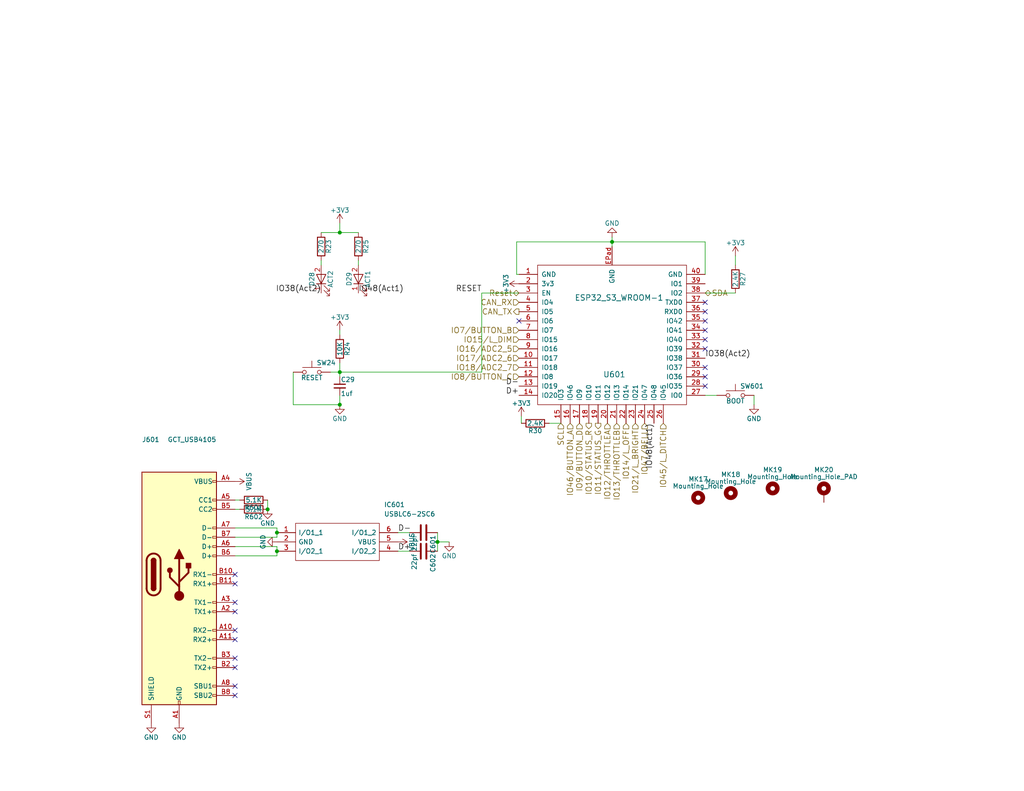
<source format=kicad_sch>
(kicad_sch (version 20211123) (generator eeschema)
  (paper "USLetter")
  (title_block (title "ESP32-S3-WROOM-ControlStand") (date "2022-07-25") (rev "1.0") (company "Deepwoods Software") (comment 1 "Processor Section"))
  (lib_symbols
    (symbol "Connector:USB_C_Receptacle" (pin_names (offset 1.016))
      (property "Reference" "J" (at -10.16 29.21 0))
      (property "Value" "USB_C_Receptacle" (at 10.16 29.21 0))
      (symbol "USB_C_Receptacle_0_0"
        (rectangle (start -0.254 -35.56) (end 0.254 -34.544))
        (rectangle (start 10.16 -32.766) (end 9.144 -33.274))
        (rectangle (start 10.16 -30.226) (end 9.144 -30.734))
        (rectangle (start 10.16 -25.146) (end 9.144 -25.654))
        (rectangle (start 10.16 -22.606) (end 9.144 -23.114))
        (rectangle (start 10.16 -17.526) (end 9.144 -18.034))
        (rectangle (start 10.16 -14.986) (end 9.144 -15.494))
        (rectangle (start 10.16 -9.906) (end 9.144 -10.414))
        (rectangle (start 10.16 -7.366) (end 9.144 -7.874))
        (rectangle (start 10.16 -2.286) (end 9.144 -2.794))
        (rectangle (start 10.16 0.254) (end 9.144 -0.254))
        (rectangle (start 10.16 5.334) (end 9.144 4.826))
        (rectangle (start 10.16 7.874) (end 9.144 7.366))
        (rectangle (start 10.16 10.414) (end 9.144 9.906))
        (rectangle (start 10.16 12.954) (end 9.144 12.446))
        (rectangle (start 10.16 18.034) (end 9.144 17.526))
        (rectangle (start 10.16 20.574) (end 9.144 20.066))
        (rectangle (start 10.16 25.654) (end 9.144 25.146))
      )
      (symbol "USB_C_Receptacle_0_1"
        (rectangle (start -10.16 27.94) (end 10.16 -35.56) (stroke (width 0.254)) (fill (type background)))
        (arc (start -8.89 -3.81) (mid -6.985 -5.715) (end -5.08 -3.81) (stroke (width 0.508)))
        (arc (start -7.62 -3.81) (mid -6.985 -4.445) (end -6.35 -3.81) (stroke (width 0.254)))
        (arc (start -7.62 -3.81) (mid -6.985 -4.445) (end -6.35 -3.81) (stroke (width 0.254)) (fill (type outline)))
        (rectangle (start -7.62 -3.81) (end -6.35 3.81) (stroke (width 0.254)) (fill (type outline)))
        (arc (start -6.35 3.81) (mid -6.985 4.445) (end -7.62 3.81) (stroke (width 0.254)))
        (arc (start -6.35 3.81) (mid -6.985 4.445) (end -7.62 3.81) (stroke (width 0.254)) (fill (type outline)))
        (arc (start -5.08 3.81) (mid -6.985 5.715) (end -8.89 3.81) (stroke (width 0.508)))
        (polyline (pts (xy -8.89 -3.81) (xy -8.89 3.81)) (stroke (width 0.508)))
        (polyline (pts (xy -5.08 3.81) (xy -5.08 -3.81)) (stroke (width 0.508)))
      )
      (symbol "USB_C_Receptacle_1_1"
        (circle (center -2.54 1.143) (radius 0.635) (stroke (width 0.254)) (fill (type outline)))
        (circle (center 0 -5.842) (radius 1.27) (fill (type outline)))
        (polyline (pts (xy 0 -5.842) (xy 0 4.318)) (stroke (width 0.508)))
        (polyline (pts (xy 0 -3.302) (xy -2.54 -0.762) (xy -2.54 0.508)) (stroke (width 0.508)))
        (polyline (pts (xy 0 -2.032) (xy 2.54 0.508) (xy 2.54 1.778)) (stroke (width 0.508)))
        (polyline (pts (xy -1.27 4.318) (xy 0 6.858) (xy 1.27 4.318) (xy -1.27 4.318)) (stroke (width 0.254)) (fill (type outline)))
        (rectangle (start 1.905 1.778) (end 3.175 3.048) (stroke (width 0.254)) (fill (type outline)))
        (pin passive line (at 0 -40.64 90) (length 5.08) (name "GND") (number "A1"))
        (pin bidirectional line (at 15.24 -15.24 180) (length 5.08) (name "RX2-") (number "A10"))
        (pin bidirectional line (at 15.24 -17.78 180) (length 5.08) (name "RX2+") (number "A11"))
        (pin passive line (at 0 -40.64 90) (length 5.08) hide (name "GND") (number "A12"))
        (pin bidirectional line (at 15.24 -10.16 180) (length 5.08) (name "TX1+") (number "A2"))
        (pin bidirectional line (at 15.24 -7.62 180) (length 5.08) (name "TX1-") (number "A3"))
        (pin passive line (at 15.24 25.4 180) (length 5.08) (name "VBUS") (number "A4"))
        (pin bidirectional line (at 15.24 20.32 180) (length 5.08) (name "CC1") (number "A5"))
        (pin bidirectional line (at 15.24 7.62 180) (length 5.08) (name "D+") (number "A6"))
        (pin bidirectional line (at 15.24 12.7 180) (length 5.08) (name "D-") (number "A7"))
        (pin bidirectional line (at 15.24 -30.48 180) (length 5.08) (name "SBU1") (number "A8"))
        (pin passive line (at 15.24 25.4 180) (length 5.08) hide (name "VBUS") (number "A9"))
        (pin passive line (at 0 -40.64 90) (length 5.08) hide (name "GND") (number "B1"))
        (pin bidirectional line (at 15.24 0 180) (length 5.08) (name "RX1-") (number "B10"))
        (pin bidirectional line (at 15.24 -2.54 180) (length 5.08) (name "RX1+") (number "B11"))
        (pin passive line (at 0 -40.64 90) (length 5.08) hide (name "GND") (number "B12"))
        (pin bidirectional line (at 15.24 -25.4 180) (length 5.08) (name "TX2+") (number "B2"))
        (pin bidirectional line (at 15.24 -22.86 180) (length 5.08) (name "TX2-") (number "B3"))
        (pin passive line (at 15.24 25.4 180) (length 5.08) hide (name "VBUS") (number "B4"))
        (pin bidirectional line (at 15.24 17.78 180) (length 5.08) (name "CC2") (number "B5"))
        (pin bidirectional line (at 15.24 5.08 180) (length 5.08) (name "D+") (number "B6"))
        (pin bidirectional line (at 15.24 10.16 180) (length 5.08) (name "D-") (number "B7"))
        (pin bidirectional line (at 15.24 -33.02 180) (length 5.08) (name "SBU2") (number "B8"))
        (pin passive line (at 15.24 25.4 180) (length 5.08) hide (name "VBUS") (number "B9"))
        (pin passive line (at -7.62 -40.64 90) (length 5.08) (name "SHIELD") (number "S1"))
      )
    )
    (symbol "ESP32-S3-WROOM-ControlStand-rescue:+3.3V" (power) (pin_names (offset 0))
      (property "Value" "+3.3V" (at 0 3.556 0))
      (symbol "+3.3V_0_1"
        (polyline (pts (xy -0.762 1.27) (xy 0 2.54)))
        (polyline (pts (xy 0 0) (xy 0 2.54)))
        (polyline (pts (xy 0 2.54) (xy 0.762 1.27)))
      )
      (symbol "+3.3V_1_1"
        (pin power_in line (at 0 0 90) (length 0) hide (name "+3V3") (number "1"))
      )
    )
    (symbol "ESP32-S3-WROOM-ControlStand-rescue:+3V3" (power) (pin_names (offset 0))
      (property "Value" "+3V3" (at 0 3.556 0))
      (symbol "+3V3_0_1"
        (polyline (pts (xy -0.762 1.27) (xy 0 2.54)))
        (polyline (pts (xy 0 0) (xy 0 2.54)))
        (polyline (pts (xy 0 2.54) (xy 0.762 1.27)))
      )
      (symbol "+3V3_1_1"
        (pin power_in line (at 0 0 90) (length 0) hide (name "+3V3") (number "1"))
      )
    )
    (symbol "ESP32-S3-WROOM-ControlStand-rescue:C" (pin_numbers hide) (pin_names (offset 0.254))
      (property "Reference" "C" (at 0.635 2.54 0))
      (property "Value" "C" (at 0.635 -2.54 0))
      (symbol "C_0_1"
        (polyline (pts (xy -2.032 -0.762) (xy 2.032 -0.762)) (stroke (width 0.508)))
        (polyline (pts (xy -2.032 0.762) (xy 2.032 0.762)) (stroke (width 0.508)))
      )
      (symbol "C_1_1"
        (pin passive line (at 0 3.81 270) (length 2.794) (name "~") (number "1"))
        (pin passive line (at 0 -3.81 90) (length 2.794) (name "~") (number "2"))
      )
    )
    (symbol "ESP32-S3-WROOM-ControlStand-rescue:C_Small" (pin_numbers hide) (pin_names (offset 0.254) hide)
      (property "Reference" "C" (at 0.254 1.778 0))
      (property "Value" "C_Small" (at 0.254 -2.032 0))
      (symbol "C_Small_0_1"
        (polyline (pts (xy -1.524 -0.508) (xy 1.524 -0.508)) (stroke (width 0.3302)))
        (polyline (pts (xy -1.524 0.508) (xy 1.524 0.508)) (stroke (width 0.3048)))
      )
      (symbol "C_Small_1_1"
        (pin passive line (at 0 2.54 270) (length 2.032) (name "~") (number "1"))
        (pin passive line (at 0 -2.54 90) (length 2.032) (name "~") (number "2"))
      )
    )
    (symbol "ESP32-S3-WROOM-ControlStand-rescue:GND" (power) (pin_names (offset 0))
      (property "Value" "GND" (at 0 -3.81 0))
      (symbol "GND_0_1"
        (polyline (pts (xy 0 0) (xy 0 -1.27) (xy 1.27 -1.27) (xy 0 -2.54) (xy -1.27 -1.27) (xy 0 -1.27)))
      )
      (symbol "GND_1_1"
        (pin power_in line (at 0 0 270) (length 0) hide (name "GND") (number "1"))
      )
    )
    (symbol "ESP32-S3-WROOM-ControlStand-rescue:LED" (pin_names (offset 1.016) hide)
      (property "Reference" "D" (at 0 2.54 0))
      (property "Value" "LED" (at 0 -2.54 0))
      (symbol "LED_0_1"
        (polyline (pts (xy -1.27 -1.27) (xy -1.27 1.27)) (stroke (width 0.2032)))
        (polyline (pts (xy -1.27 0) (xy 1.27 0)))
        (polyline (pts (xy 1.27 -1.27) (xy 1.27 1.27) (xy -1.27 0) (xy 1.27 -1.27)) (stroke (width 0.2032)))
        (polyline (pts (xy -3.048 -0.762) (xy -4.572 -2.286) (xy -3.81 -2.286) (xy -4.572 -2.286) (xy -4.572 -1.524)))
        (polyline (pts (xy -1.778 -0.762) (xy -3.302 -2.286) (xy -2.54 -2.286) (xy -3.302 -2.286) (xy -3.302 -1.524)))
      )
      (symbol "LED_1_1"
        (pin passive line (at -3.81 0 0) (length 2.54) (name "K") (number "1"))
        (pin passive line (at 3.81 0 180) (length 2.54) (name "A") (number "2"))
      )
    )
    (symbol "ESP32-S3-WROOM-ControlStand-rescue:Mounting_Hole" (pin_names (offset 1.016))
      (property "Reference" "MK" (at 0 5.08 0))
      (property "Value" "Mounting_Hole" (at 0 3.175 0))
      (symbol "Mounting_Hole_0_1"
        (circle (center 0 0) (radius 1.27) (stroke (width 1.27)))
      )
    )
    (symbol "ESP32-S3-WROOM-ControlStand-rescue:Mounting_Hole_PAD" (pin_numbers hide) (pin_names (offset 1.016) hide)
      (property "Reference" "MK" (at 0 6.35 0))
      (property "Value" "Mounting_Hole_PAD" (at 0 4.445 0))
      (symbol "Mounting_Hole_PAD_0_1"
        (circle (center 0 1.27) (radius 1.27) (stroke (width 1.27)))
      )
      (symbol "Mounting_Hole_PAD_1_1"
        (pin input line (at 0 -2.54 90) (length 2.54) (name "1") (number "1"))
      )
    )
    (symbol "ESP32-S3-WROOM-ControlStand-rescue:R" (pin_numbers hide) (pin_names (offset 0))
      (property "Reference" "R" (at 2.032 0 90))
      (property "Value" "R" (at 0 0 90))
      (symbol "R_0_1"
        (rectangle (start -1.016 -2.54) (end 1.016 2.54) (stroke (width 0.254)))
      )
      (symbol "R_1_1"
        (pin passive line (at 0 3.81 270) (length 1.27) (name "~") (number "1"))
        (pin passive line (at 0 -3.81 90) (length 1.27) (name "~") (number "2"))
      )
    )
    (symbol "ESP32-S3-WROOM-ControlStand-rescue:SW_Push" (pin_numbers hide) (pin_names (offset 1.016) hide)
      (property "Reference" "SW" (at 1.27 2.54 0))
      (property "Value" "SW_Push" (at 0 -1.524 0))
      (symbol "SW_Push_0_1"
        (circle (center -2.032 0) (radius 0.508))
        (polyline (pts (xy 0 1.27) (xy 0 3.048)))
        (polyline (pts (xy 2.54 1.27) (xy -2.54 1.27)))
        (circle (center 2.032 0) (radius 0.508))
        (pin passive line (at -5.08 0 0) (length 2.54) (name "1") (number "1"))
        (pin passive line (at 5.08 0 180) (length 2.54) (name "2") (number "2"))
      )
    )
    (symbol "ESP32-S3-WROOM-ControlStand-rescue:VBUS" (power) (pin_names (offset 0))
      (property "Value" "VBUS" (at 0 3.81 0))
      (symbol "VBUS_0_1"
        (polyline (pts (xy -0.762 1.27) (xy 0 2.54)))
        (polyline (pts (xy 0 0) (xy 0 2.54)))
        (polyline (pts (xy 0 2.54) (xy 0.762 1.27)))
      )
      (symbol "VBUS_1_1"
        (pin power_in line (at 0 0 90) (length 0) hide (name "VBUS") (number "1"))
      )
    )
    (symbol "USBLC6-2SC6:USBLC6-2SC6" (pin_names (offset 0.762))
      (property "Reference" "IC" (at 29.21 7.62 0))
      (property "Value" "USBLC6-2SC6" (at 29.21 5.08 0))
      (symbol "USBLC6-2SC6_0_0"
        (pin passive line (at 0 0 0) (length 5.08) (name "I/O1_1") (number "1"))
        (pin passive line (at 0 -2.54 0) (length 5.08) (name "GND") (number "2"))
        (pin passive line (at 0 -5.08 0) (length 5.08) (name "I/O2_1") (number "3"))
        (pin passive line (at 33.02 -5.08 180) (length 5.08) (name "I/O2_2") (number "4"))
        (pin passive line (at 33.02 -2.54 180) (length 5.08) (name "VBUS") (number "5"))
        (pin passive line (at 33.02 0 180) (length 5.08) (name "I/O1_2") (number "6"))
      )
      (symbol "USBLC6-2SC6_0_1"
        (polyline (pts (xy 5.08 2.54) (xy 27.94 2.54) (xy 27.94 -7.62) (xy 5.08 -7.62) (xy 5.08 2.54)) (stroke (width 0.1524)))
      )
    )
    (symbol "esp32_s3_wroom:ESP32_S3_WROOM" (pin_names (offset 1.016))
      (property "Reference" "U" (at 0.635 -10.795 0))
      (property "Value" "ESP32_S3_WROOM" (at 1.905 10.16 0))
      (symbol "ESP32_S3_WROOM_0_1"
        (rectangle (start -20.32 19.05) (end 20.32 -19.05))
      )
      (symbol "ESP32_S3_WROOM_1_1"
        (pin power_in line (at -25.4 16.51 0) (length 5.08) (name "GND") (number "1"))
        (pin bidirectional line (at -25.4 -6.35 0) (length 5.08) (name "IO17") (number "10"))
        (pin bidirectional line (at -25.4 -8.89 0) (length 5.08) (name "IO18") (number "11"))
        (pin bidirectional line (at -25.4 -11.43 0) (length 5.08) (name "IO8") (number "12"))
        (pin bidirectional line (at -25.4 -13.97 0) (length 5.08) (name "IO19") (number "13"))
        (pin bidirectional line (at -25.4 -16.51 0) (length 5.08) (name "IO20") (number "14"))
        (pin bidirectional line (at -13.97 -24.13 90) (length 5.08) (name "IO3") (number "15"))
        (pin bidirectional line (at -11.43 -24.13 90) (length 5.08) (name "IO46") (number "16"))
        (pin bidirectional line (at -8.89 -24.13 90) (length 5.08) (name "IO9") (number "17"))
        (pin bidirectional line (at -6.35 -24.13 90) (length 5.08) (name "IO10") (number "18"))
        (pin bidirectional line (at -3.81 -24.13 90) (length 5.08) (name "IO11") (number "19"))
        (pin power_in line (at -25.4 13.97 0) (length 5.08) (name "3v3") (number "2"))
        (pin bidirectional line (at -1.27 -24.13 90) (length 5.08) (name "IO12") (number "20"))
        (pin bidirectional line (at 1.27 -24.13 90) (length 5.08) (name "IO13") (number "21"))
        (pin bidirectional line (at 3.81 -24.13 90) (length 5.08) (name "IO14") (number "22"))
        (pin bidirectional line (at 6.35 -24.13 90) (length 5.08) (name "IO21") (number "23"))
        (pin bidirectional line (at 8.89 -24.13 90) (length 5.08) (name "IO47") (number "24"))
        (pin bidirectional line (at 11.43 -24.13 90) (length 5.08) (name "IO48") (number "25"))
        (pin bidirectional line (at 13.97 -24.13 90) (length 5.08) (name "IO45") (number "26"))
        (pin bidirectional line (at 25.4 -16.51 180) (length 5.08) (name "IO0") (number "27"))
        (pin bidirectional line (at 25.4 -13.97 180) (length 5.08) (name "IO35") (number "28"))
        (pin bidirectional line (at 25.4 -11.43 180) (length 5.08) (name "IO36") (number "29"))
        (pin input line (at -25.4 11.43 0) (length 5.08) (name "EN") (number "3"))
        (pin bidirectional line (at 25.4 -8.89 180) (length 5.08) (name "IO37") (number "30"))
        (pin bidirectional line (at 25.4 -6.35 180) (length 5.08) (name "IO38") (number "31"))
        (pin bidirectional line (at 25.4 -3.81 180) (length 5.08) (name "IO39") (number "32"))
        (pin bidirectional line (at 25.4 -1.27 180) (length 5.08) (name "IO40") (number "33"))
        (pin bidirectional line (at 25.4 1.27 180) (length 5.08) (name "IO41") (number "34"))
        (pin bidirectional line (at 25.4 3.81 180) (length 5.08) (name "IO42") (number "35"))
        (pin bidirectional line (at 25.4 6.35 180) (length 5.08) (name "RXD0") (number "36"))
        (pin bidirectional line (at 25.4 8.89 180) (length 5.08) (name "TXD0") (number "37"))
        (pin bidirectional line (at 25.4 11.43 180) (length 5.08) (name "IO2") (number "38"))
        (pin bidirectional line (at 25.4 13.97 180) (length 5.08) (name "IO1") (number "39"))
        (pin bidirectional line (at -25.4 8.89 0) (length 5.08) (name "IO4") (number "4"))
        (pin power_in line (at 25.4 16.51 180) (length 5.08) (name "GND") (number "40"))
        (pin bidirectional line (at -25.4 6.35 0) (length 5.08) (name "IO5") (number "5"))
        (pin bidirectional line (at -25.4 3.81 0) (length 5.08) (name "IO6") (number "6"))
        (pin bidirectional line (at -25.4 1.27 0) (length 5.08) (name "IO7") (number "7"))
        (pin bidirectional line (at -25.4 -1.27 0) (length 5.08) (name "IO15") (number "8"))
        (pin bidirectional line (at -25.4 -3.81 0) (length 5.08) (name "IO16") (number "9"))
        (pin power_in line (at 0 24.13 270) (length 5.08) (name "GND") (number "EPad"))
      )
    )
  )
  (junction (at 119.38 147.955))
  (junction (at 73.025 139.065))
  (junction (at 75.565 150.495))
  (junction (at 92.71 63.5))
  (junction (at 75.565 145.415))
  (junction (at 92.71 110.49))
  (junction (at 167.005 66.04))
  (junction (at 92.71 101.6))
  (no_connect (at 64.135 174.625))
  (no_connect (at 64.135 182.245))
  (no_connect (at 192.405 82.55))
  (no_connect (at 64.135 187.325))
  (no_connect (at 64.135 179.705))
  (no_connect (at 192.405 90.17))
  (no_connect (at 192.405 95.25))
  (no_connect (at 64.135 159.385))
  (no_connect (at 64.135 167.005))
  (no_connect (at 192.405 92.71))
  (no_connect (at 192.405 102.87))
  (no_connect (at 64.135 164.465))
  (no_connect (at 64.135 156.845))
  (no_connect (at 192.405 105.41))
  (no_connect (at 64.135 189.865))
  (no_connect (at 141.605 87.63))
  (no_connect (at 192.405 100.33))
  (no_connect (at 64.135 172.085))
  (no_connect (at 192.405 87.63))
  (no_connect (at 192.405 85.09))
  (wire (pts (xy 80.01 110.49) (xy 80.01 101.6)))
  (wire (pts (xy 75.565 149.225) (xy 75.565 150.495)))
  (wire (pts (xy 140.97 74.93) (xy 141.605 74.93)))
  (wire (pts (xy 141.605 80.01) (xy 131.445 80.01)))
  (wire (pts (xy 111.76 145.415) (xy 108.585 145.415)))
  (wire (pts (xy 64.135 149.225) (xy 75.565 149.225)))
  (wire (pts (xy 87.63 63.5) (xy 92.71 63.5)))
  (wire (pts (xy 73.025 136.525) (xy 73.025 139.065)))
  (wire (pts (xy 92.71 107.95) (xy 92.71 110.49)))
  (wire (pts (xy 92.71 99.06) (xy 92.71 101.6)))
  (wire (pts (xy 192.405 66.04) (xy 167.005 66.04)))
  (wire (pts (xy 167.005 66.04) (xy 167.005 67.31)))
  (wire (pts (xy 119.38 145.415) (xy 119.38 147.955)))
  (wire (pts (xy 64.135 136.525) (xy 65.405 136.525)))
  (wire (pts (xy 64.135 139.065) (xy 65.405 139.065)))
  (wire (pts (xy 200.66 69.85) (xy 200.66 72.39)))
  (wire (pts (xy 205.74 107.95) (xy 205.74 110.49)))
  (wire (pts (xy 119.38 147.955) (xy 119.38 150.495)))
  (wire (pts (xy 75.565 151.765) (xy 64.135 151.765)))
  (wire (pts (xy 131.445 80.01) (xy 131.445 101.6)))
  (wire (pts (xy 75.565 144.145) (xy 75.565 145.415)))
  (wire (pts (xy 97.79 71.12) (xy 97.79 72.39)))
  (wire (pts (xy 92.71 101.6) (xy 131.445 101.6)))
  (wire (pts (xy 75.565 150.495) (xy 75.565 151.765)))
  (wire (pts (xy 92.71 60.96) (xy 92.71 63.5)))
  (wire (pts (xy 167.005 66.04) (xy 140.97 66.04)))
  (wire (pts (xy 200.66 80.01) (xy 192.405 80.01)))
  (wire (pts (xy 92.71 110.49) (xy 80.01 110.49)))
  (wire (pts (xy 87.63 71.12) (xy 87.63 72.39)))
  (wire (pts (xy 92.71 63.5) (xy 97.79 63.5)))
  (wire (pts (xy 75.565 145.415) (xy 75.565 146.685)))
  (wire (pts (xy 64.135 144.145) (xy 75.565 144.145)))
  (wire (pts (xy 92.71 90.17) (xy 92.71 91.44)))
  (wire (pts (xy 142.24 113.665) (xy 142.24 115.57)))
  (wire (pts (xy 140.97 66.04) (xy 140.97 74.93)))
  (wire (pts (xy 75.565 146.685) (xy 64.135 146.685)))
  (wire (pts (xy 153.035 115.57) (xy 149.86 115.57)))
  (wire (pts (xy 92.71 101.6) (xy 92.71 102.87)))
  (wire (pts (xy 167.005 64.77) (xy 167.005 66.04)))
  (wire (pts (xy 192.405 107.95) (xy 195.58 107.95)))
  (wire (pts (xy 111.76 150.495) (xy 108.585 150.495)))
  (wire (pts (xy 192.405 74.93) (xy 192.405 66.04)))
  (wire (pts (xy 122.555 147.955) (xy 119.38 147.955)))
  (wire (pts (xy 90.17 101.6) (xy 92.71 101.6)))
  (label "IO38(Act2)" (at 87.63 80.01 180) (effects (font (size 1.524 1.524))))
  (label "IO38(Act2)" (at 192.405 97.79 0) (effects (font (size 1.524 1.524))))
  (label "D-" (at 141.605 105.41 180) (effects (font (size 1.524 1.524))))
  (label "RESET" (at 131.445 80.01 180) (effects (font (size 1.524 1.524))))
  (label "D-" (at 108.585 145.415 0) (effects (font (size 1.524 1.524))))
  (label "D+" (at 141.605 107.95 180) (effects (font (size 1.524 1.524))))
  (label "IO48(Act1)" (at 97.79 80.01 0) (effects (font (size 1.524 1.524))))
  (label "IO48(Act1)" (at 178.435 115.57 270) (effects (font (size 1.524 1.524))))
  (label "D+" (at 108.585 150.495 0) (effects (font (size 1.524 1.524))))
  (hierarchical_label "IO15/L_DIM" (shape input) (at 141.605 92.71 180) (effects (font (size 1.524 1.524))))
  (hierarchical_label "Reset" (shape bidirectional) (at 141.605 80.01 180) (effects (font (size 1.524 1.524))))
  (hierarchical_label "IO13/THROTTLEB" (shape input) (at 168.275 115.57 270) (effects (font (size 1.524 1.524))))
  (hierarchical_label "IO16/ADC2_5" (shape input) (at 141.605 95.25 180) (effects (font (size 1.524 1.524))))
  (hierarchical_label "CAN_TX" (shape output) (at 141.605 85.09 180) (effects (font (size 1.524 1.524))))
  (hierarchical_label "IO9/BUTTON_D" (shape input) (at 158.115 115.57 270) (effects (font (size 1.524 1.524))))
  (hierarchical_label "IO14/L_OFF" (shape input) (at 170.815 115.57 270) (effects (font (size 1.524 1.524))))
  (hierarchical_label "SCL" (shape input) (at 153.035 115.57 270) (effects (font (size 1.524 1.524))))
  (hierarchical_label "IO47/BELL" (shape input) (at 175.895 115.57 270) (effects (font (size 1.524 1.524))))
  (hierarchical_label "IO17/ADC2_6" (shape input) (at 141.605 97.79 180) (effects (font (size 1.524 1.524))))
  (hierarchical_label "IO10/STATUS_R" (shape output) (at 160.655 115.57 270) (effects (font (size 1.524 1.524))))
  (hierarchical_label "IO18/ADC2_7" (shape input) (at 141.605 100.33 180) (effects (font (size 1.524 1.524))))
  (hierarchical_label "IO8/BUTTON_C" (shape input) (at 141.605 102.87 180) (effects (font (size 1.524 1.524))))
  (hierarchical_label "SDA" (shape bidirectional) (at 192.405 80.01 0) (effects (font (size 1.524 1.524))))
  (hierarchical_label "IO11/STATUS_G" (shape output) (at 163.195 115.57 270) (effects (font (size 1.524 1.524))))
  (hierarchical_label "IO46/BUTTON_A" (shape input) (at 155.575 115.57 270) (effects (font (size 1.524 1.524))))
  (hierarchical_label "IO45/L_DITCH" (shape input) (at 180.975 115.57 270) (effects (font (size 1.524 1.524))))
  (hierarchical_label "CAN_RX" (shape input) (at 141.605 82.55 180) (effects (font (size 1.524 1.524))))
  (hierarchical_label "IO21/L_BRIGHT" (shape input) (at 173.355 115.57 270) (effects (font (size 1.524 1.524))))
  (hierarchical_label "IO12/THROTTLEA" (shape input) (at 165.735 115.57 270) (effects (font (size 1.524 1.524))))
  (hierarchical_label "IO7/BUTTON_B" (shape input) (at 141.605 90.17 180) (effects (font (size 1.524 1.524))))
  (symbol (lib_id "ESP32-S3-WROOM-ControlStand-rescue:C_Small") (at 92.71 105.41 0) (unit 1)
    (property "Reference" "C29" (at 92.964 103.632 0) (effects (justify left)))
    (property "Value" "1uf" (at 92.964 107.442 0) (effects (justify left)))
    (property "Footprint" "Capacitors_SMD:C_0402" (effects hide))
    (property "Mouser Part Number" "80-C0402C101K8RAUTO" (effects hide))
  )
  (symbol (lib_id "ESP32-S3-WROOM-ControlStand-rescue:R") (at 92.71 95.25 0) (unit 1)
    (property "Reference" "R24" (at 94.742 95.25 90))
    (property "Value" "10K" (at 92.71 95.25 90))
    (property "Footprint" "Resistors_SMD:R_0402" (effects hide))
    (property "Mouser Part Number" "603-RC0402JR-1310KL" (effects hide))
  )
  (symbol (lib_id "ESP32-S3-WROOM-ControlStand-rescue:SW_Push") (at 85.09 101.6 0) (unit 1)
    (property "Reference" "SW24" (at 86.36 99.06 0) (effects (justify left)))
    (property "Value" "RESET" (at 85.09 103.124 0))
    (property "Footprint" "Button_Switch_SMD:SW_SPST_PTS810" (effects hide))
    (property "Mouser Part Number" "611-PTS810SJM250SMTR" (effects hide))
  )
  (symbol (lib_id "ESP32-S3-WROOM-ControlStand-rescue:GND") (at 92.71 110.49 0) (unit 1)
    (property "Reference" "#PWR063" (effects hide))
    (property "Value" "GND" (at 92.71 114.3 0))
  )
  (symbol (lib_id "ESP32-S3-WROOM-ControlStand-rescue:+3.3V") (at 92.71 90.17 0) (unit 1)
    (property "Reference" "#PWR064" (effects hide))
    (property "Value" "+3.3V" (at 92.71 86.614 0))
  )
  (symbol (lib_id "ESP32-S3-WROOM-ControlStand-rescue:+3.3V") (at 141.605 77.47 90) (unit 1)
    (property "Reference" "#PWR065" (effects hide))
    (property "Value" "+3.3V" (at 138.049 77.47 0))
  )
  (symbol (lib_id "ESP32-S3-WROOM-ControlStand-rescue:+3.3V") (at 200.66 69.85 0) (unit 1)
    (property "Reference" "#PWR066" (effects hide))
    (property "Value" "+3.3V" (at 200.66 66.294 0))
  )
  (symbol (lib_id "ESP32-S3-WROOM-ControlStand-rescue:GND") (at 167.005 64.77 180) (unit 1)
    (property "Reference" "#PWR067" (effects hide))
    (property "Value" "GND" (at 167.005 60.96 0))
  )
  (symbol (lib_id "ESP32-S3-WROOM-ControlStand-rescue:R") (at 200.66 76.2 0) (unit 1)
    (property "Reference" "R27" (at 202.692 76.2 90))
    (property "Value" "2.4K" (at 200.66 76.2 90))
    (property "Footprint" "Resistors_SMD:R_0402" (effects hide))
    (property "Mouser Part Number" "71-CRCW06032K40JNEAC" (effects hide))
  )
  (symbol (lib_id "ESP32-S3-WROOM-ControlStand-rescue:R") (at 146.05 115.57 270) (unit 1)
    (property "Reference" "R30" (at 146.05 117.602 90))
    (property "Value" "2.4K" (at 146.05 115.57 90))
    (property "Footprint" "Resistors_SMD:R_0402" (effects hide))
    (property "Mouser Part Number" "71-CRCW06032K40JNEAC" (effects hide))
  )
  (symbol (lib_id "ESP32-S3-WROOM-ControlStand-rescue:LED") (at 97.79 76.2 90) (unit 1)
    (property "Reference" "D29" (at 95.25 76.2 0))
    (property "Value" "ACT1" (at 100.33 76.2 0))
    (property "Footprint" "LEDs:LED_0402" (effects hide))
    (property "Mouser Part Number" "710-150040GS73220" (effects hide))
  )
  (symbol (lib_id "ESP32-S3-WROOM-ControlStand-rescue:LED") (at 87.63 76.2 90) (unit 1)
    (property "Reference" "D28" (at 85.09 76.2 0))
    (property "Value" "ACT2" (at 90.17 76.2 0))
    (property "Footprint" "LEDs:LED_0402" (effects hide))
    (property "Mouser Part Number" "710-150040SS73220" (effects hide))
  )
  (symbol (lib_id "ESP32-S3-WROOM-ControlStand-rescue:R") (at 97.79 67.31 0) (unit 1)
    (property "Reference" "R25" (at 99.822 67.31 90))
    (property "Value" "270" (at 97.79 67.31 90))
    (property "Footprint" "Resistors_SMD:R_0402" (effects hide))
    (property "Mouser Part Number" "754-RR0510P-271D" (effects hide))
  )
  (symbol (lib_id "ESP32-S3-WROOM-ControlStand-rescue:R") (at 87.63 67.31 0) (unit 1)
    (property "Reference" "R23" (at 89.662 67.31 90))
    (property "Value" "270" (at 87.63 67.31 90))
    (property "Footprint" "Resistors_SMD:R_0402" (effects hide))
    (property "Mouser Part Number" "754-RR0510P-271D" (effects hide))
  )
  (symbol (lib_id "ESP32-S3-WROOM-ControlStand-rescue:+3.3V") (at 92.71 60.96 0) (unit 1)
    (property "Reference" "#PWR068" (effects hide))
    (property "Value" "+3.3V" (at 92.71 57.404 0))
  )
  (symbol (lib_id "ESP32-S3-WROOM-ControlStand-rescue:Mounting_Hole") (at 190.5 135.89 0) (unit 1)
    (property "Reference" "MK17" (at 190.5 130.81 0))
    (property "Value" "Mounting_Hole" (at 190.5 132.715 0))
    (property "Footprint" "Mounting_Holes:MountingHole_2.5mm" (effects hide))
  )
  (symbol (lib_id "ESP32-S3-WROOM-ControlStand-rescue:Mounting_Hole") (at 199.39 134.62 0) (unit 1)
    (property "Reference" "MK18" (at 199.39 129.54 0))
    (property "Value" "Mounting_Hole" (at 199.39 131.445 0))
    (property "Footprint" "Mounting_Holes:MountingHole_2.5mm" (effects hide))
  )
  (symbol (lib_id "ESP32-S3-WROOM-ControlStand-rescue:Mounting_Hole") (at 210.82 133.35 0) (unit 1)
    (property "Reference" "MK19" (at 210.82 128.27 0))
    (property "Value" "Mounting_Hole" (at 210.82 130.175 0))
    (property "Footprint" "Mounting_Holes:MountingHole_2.5mm" (effects hide))
  )
  (symbol (lib_id "ESP32-S3-WROOM-ControlStand-rescue:Mounting_Hole_PAD") (at 224.79 134.62 0) (unit 1)
    (property "Reference" "MK20" (at 224.79 128.27 0))
    (property "Value" "Mounting_Hole_PAD" (at 224.79 130.175 0))
    (property "Footprint" "Mounting_Holes:MountingHole_2.5mm_Pad" (effects hide))
  )
  (symbol (lib_id "esp32_s3_wroom:ESP32_S3_WROOM") (at 167.005 91.44 0) (unit 1)
    (property "Reference" "U601" (at 167.64 102.235 0) (effects (font (size 1.524 1.524))))
    (property "Value" "ESP32_S3_WROOM-1" (at 168.91 81.28 0) (effects (font (size 1.524 1.524))))
    (property "Footprint" "ESP32-WROOM:ESP32_S3_WROOM-1" (effects hide))
    (property "Mouser Part Number" "356-ESP32-S3WROOM1N4" (effects hide))
  )
  (symbol (lib_id "Connector:USB_C_Receptacle") (at 48.895 156.845 0) (unit 1)
    (property "Reference" "J601" (at 38.735 120.015 0) (effects (justify left)))
    (property "Value" "GCT_USB4105" (at 59.055 120.015 0) (effects (justify right)))
    (property "Footprint" "Connector_USB:USB_C_Receptacle_GCT_USB4105-xx-A_16P_TopMnt_Horizontal" (effects hide))
    (property "Datasheet" "https://www.usb.org/sites/default/files/documents/usb_type-c.zip" (effects hide))
  )
  (symbol (lib_id "USBLC6-2SC6:USBLC6-2SC6") (at 75.565 145.415 0) (unit 1)
    (property "Reference" "IC601" (at 104.775 137.795 0) (effects (justify left)))
    (property "Value" "USBLC6-2SC6" (at 104.775 140.335 0) (effects (justify left)))
    (property "Footprint" "Package_TO_SOT_SMD:SOT-23-6" (effects hide))
    (property "Datasheet" "https://componentsearchengine.com//USBLC6-2SC6.pdf" (effects hide))
    (property "Description" "TVS Diode Array Uni-Directional USBLC6-2SC6 17V, SOT-23 6-Pin" (effects hide))
    (property "Height" "1.45" (effects hide))
    (property "Mouser2 Part Number" "511-USBLC6-2SC6" (effects hide))
    (property "Mouser2 Price/Stock" "https://www.mouser.com/Search/Refine.aspx?Keyword=511-USBLC6-2SC6" (effects hide))
    (property "Manufacturer_Name" "STMicroelectronics" (effects hide))
    (property "Manufacturer_Part_Number" "USBLC6-2SC6" (effects hide))
  )
  (symbol (lib_id "ESP32-S3-WROOM-ControlStand-rescue:VBUS") (at 108.585 147.955 270) (unit 1)
    (property "Reference" "#PWR069" (effects hide))
    (property "Value" "VBUS" (at 112.395 147.955 0))
  )
  (symbol (lib_id "ESP32-S3-WROOM-ControlStand-rescue:GND") (at 75.565 147.955 270) (unit 1)
    (property "Reference" "#PWR070" (effects hide))
    (property "Value" "GND" (at 71.755 147.955 0))
  )
  (symbol (lib_id "ESP32-S3-WROOM-ControlStand-rescue:VBUS") (at 64.135 131.445 270) (unit 1)
    (property "Reference" "#PWR072" (effects hide))
    (property "Value" "VBUS" (at 67.945 131.445 0))
  )
  (symbol (lib_id "ESP32-S3-WROOM-ControlStand-rescue:GND") (at 48.895 197.485 0) (unit 1)
    (property "Reference" "#PWR073" (effects hide))
    (property "Value" "GND" (at 48.895 201.295 0))
  )
  (symbol (lib_id "ESP32-S3-WROOM-ControlStand-rescue:GND") (at 41.275 197.485 0) (unit 1)
    (property "Reference" "#PWR074" (effects hide))
    (property "Value" "GND" (at 41.275 201.295 0))
  )
  (symbol (lib_id "ESP32-S3-WROOM-ControlStand-rescue:R") (at 69.215 136.525 270) (unit 1)
    (property "Reference" "R601" (at 69.215 138.557 90))
    (property "Value" "5.1K" (at 69.215 136.525 90))
    (property "Footprint" "Resistors_SMD:R_0402" (effects hide))
    (property "Mouser Part Number" "71-CRCW0402-5.1K-E3" (effects hide))
  )
  (symbol (lib_id "ESP32-S3-WROOM-ControlStand-rescue:R") (at 69.215 139.065 270) (unit 1)
    (property "Reference" "R602" (at 69.215 141.097 90))
    (property "Value" "5.1K" (at 69.215 139.065 90))
    (property "Footprint" "Resistors_SMD:R_0402" (effects hide))
    (property "Mouser Part Number" "71-CRCW0402-5.1K-E3" (effects hide))
  )
  (symbol (lib_id "ESP32-S3-WROOM-ControlStand-rescue:GND") (at 73.025 139.065 0) (unit 1)
    (property "Reference" "#PWR076" (effects hide))
    (property "Value" "GND" (at 73.025 142.875 0))
  )
  (symbol (lib_id "ESP32-S3-WROOM-ControlStand-rescue:C") (at 115.57 145.415 270) (unit 1)
    (property "Reference" "C601" (at 118.11 146.05 0) (effects (justify left)))
    (property "Value" "22pf" (at 113.03 146.05 0) (effects (justify left)))
    (property "Footprint" "Capacitors_SMD:C_0402" (effects hide))
    (property "Mouser Part Number" "187-CL05C220JB5NNND" (effects hide))
  )
  (symbol (lib_id "ESP32-S3-WROOM-ControlStand-rescue:C") (at 115.57 150.495 270) (unit 1)
    (property "Reference" "C602" (at 118.11 151.13 0) (effects (justify left)))
    (property "Value" "22pf" (at 113.03 151.13 0) (effects (justify left)))
    (property "Footprint" "Capacitors_SMD:C_0402" (effects hide))
    (property "Mouser Part Number" "187-CL05C220JB5NNND" (effects hide))
  )
  (symbol (lib_id "ESP32-S3-WROOM-ControlStand-rescue:GND") (at 122.555 147.955 0) (unit 1)
    (property "Reference" "#PWR077" (effects hide))
    (property "Value" "GND" (at 122.555 151.765 0))
  )
  (symbol (lib_id "ESP32-S3-WROOM-ControlStand-rescue:+3V3") (at 142.24 113.665 0) (unit 1)
    (property "Reference" "#PWR078" (effects hide))
    (property "Value" "+3V3" (at 142.24 110.109 0))
  )
  (symbol (lib_id "ESP32-S3-WROOM-ControlStand-rescue:SW_Push") (at 200.66 107.95 0) (unit 1)
    (property "Reference" "SW601" (at 201.93 105.41 0) (effects (justify left)))
    (property "Value" "BOOT" (at 200.66 109.474 0))
    (property "Footprint" "Buttons_Switches_SMD:SW_SPST_PTS810" (effects hide))
    (property "Mouser Part Number" "611-PTS810SJM250SMTR" (effects hide))
  )
  (symbol (lib_id "ESP32-S3-WROOM-ControlStand-rescue:GND") (at 205.74 110.49 0) (unit 1)
    (property "Reference" "#PWR079" (effects hide))
    (property "Value" "GND" (at 205.74 114.3 0))
  )
)
</source>
